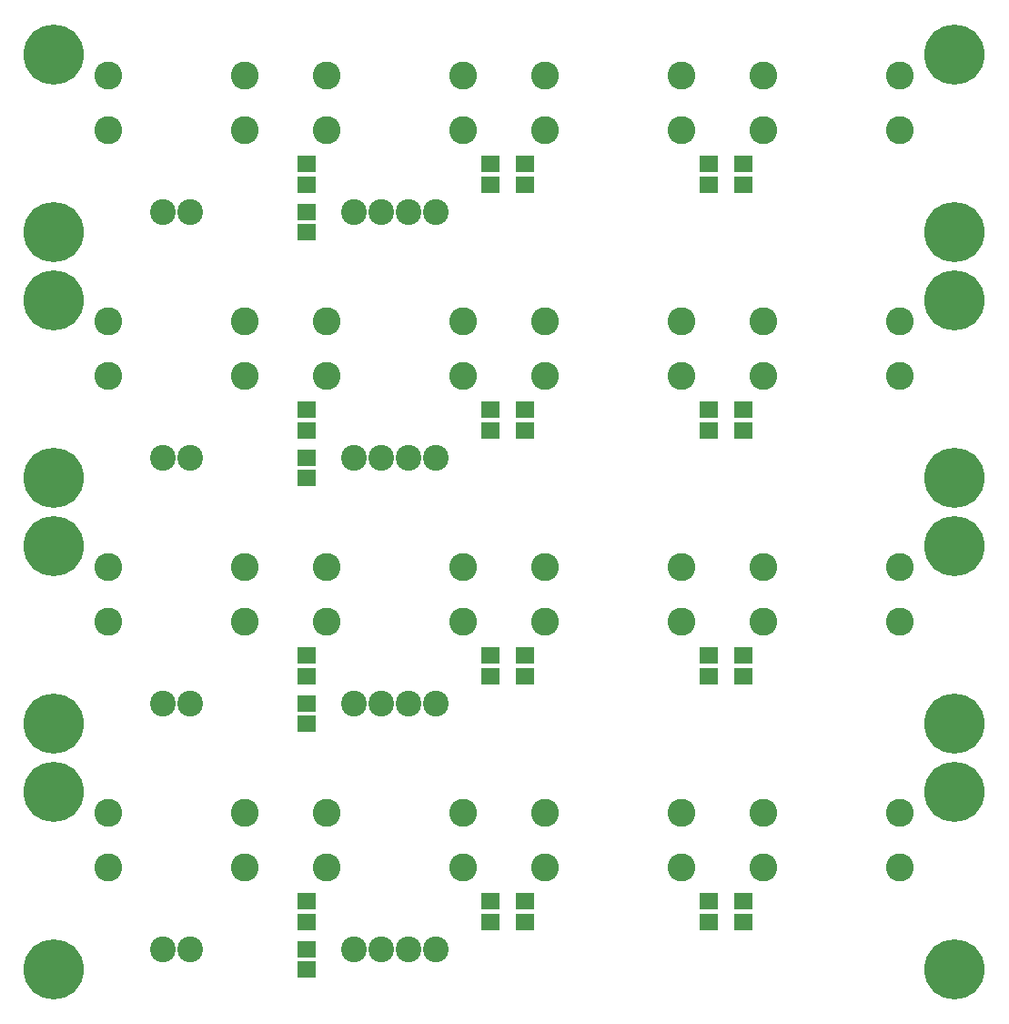
<source format=gbr>
%FSLAX34Y34*%
%MOMM*%
%LNSOLDERMASK_TOP*%
G71*
G01*
%ADD10C, 2.600*%
%ADD11C, 2.400*%
%ADD12C, 5.600*%
%ADD13C, 2.400*%
%ADD14C, 2.600*%
%ADD15R, 1.800X1.500*%
%LPD*%
X82550Y-50800D02*
G54D10*
D03*
X82550Y-101600D02*
G54D10*
D03*
X209550Y-50800D02*
G54D10*
D03*
X209550Y-101600D02*
G54D10*
D03*
X158750Y-177799D02*
G54D11*
D03*
X133350Y-177799D02*
G54D11*
D03*
X31750Y-31750D02*
G54D12*
D03*
X31750Y-196850D02*
G54D12*
D03*
X869950Y-196850D02*
G54D12*
D03*
X869950Y-31750D02*
G54D12*
D03*
X285750Y-50800D02*
G54D10*
D03*
X285750Y-101600D02*
G54D10*
D03*
X412750Y-50800D02*
G54D10*
D03*
X412750Y-101600D02*
G54D10*
D03*
X488950Y-50800D02*
G54D10*
D03*
X488950Y-101600D02*
G54D10*
D03*
X615950Y-50800D02*
G54D10*
D03*
X615950Y-101600D02*
G54D10*
D03*
X692150Y-50800D02*
G54D10*
D03*
X692150Y-101600D02*
G54D10*
D03*
X819150Y-50800D02*
G54D10*
D03*
X819150Y-101600D02*
G54D10*
D03*
X387350Y-177800D02*
G54D13*
D03*
X361950Y-177800D02*
G54D13*
D03*
X336550Y-177800D02*
G54D13*
D03*
X311150Y-177800D02*
G54D13*
D03*
X311150Y-177800D02*
G54D11*
D03*
X285750Y-50800D02*
G54D14*
D03*
X285750Y-50800D02*
G54D10*
D03*
X412750Y-50800D02*
G54D10*
D03*
X488950Y-50800D02*
G54D10*
D03*
X615950Y-50800D02*
G54D10*
D03*
X692150Y-50800D02*
G54D10*
D03*
X819150Y-50800D02*
G54D10*
D03*
X266700Y-133350D02*
G54D15*
D03*
X266700Y-152350D02*
G54D15*
D03*
X469900Y-133350D02*
G54D15*
D03*
X469900Y-152350D02*
G54D15*
D03*
X673100Y-133350D02*
G54D15*
D03*
X673100Y-152350D02*
G54D15*
D03*
X266700Y-177850D02*
G54D15*
D03*
X266700Y-196850D02*
G54D15*
D03*
X438150Y-133350D02*
G54D15*
D03*
X438150Y-152350D02*
G54D15*
D03*
X641350Y-133350D02*
G54D15*
D03*
X641350Y-152350D02*
G54D15*
D03*
X266700Y-196850D02*
G54D15*
D03*
X438150Y-133350D02*
G54D15*
D03*
X641350Y-133350D02*
G54D15*
D03*
X82550Y-279400D02*
G54D10*
D03*
X82550Y-330200D02*
G54D10*
D03*
X209550Y-279400D02*
G54D10*
D03*
X209550Y-330200D02*
G54D10*
D03*
X158750Y-406399D02*
G54D11*
D03*
X133350Y-406399D02*
G54D11*
D03*
X31750Y-260350D02*
G54D12*
D03*
X31750Y-425450D02*
G54D12*
D03*
X869950Y-425450D02*
G54D12*
D03*
X869950Y-260350D02*
G54D12*
D03*
X285750Y-279400D02*
G54D10*
D03*
X285750Y-330200D02*
G54D10*
D03*
X412750Y-279400D02*
G54D10*
D03*
X412750Y-330200D02*
G54D10*
D03*
X488950Y-279400D02*
G54D10*
D03*
X488950Y-330200D02*
G54D10*
D03*
X615950Y-279400D02*
G54D10*
D03*
X615950Y-330200D02*
G54D10*
D03*
X692150Y-279400D02*
G54D10*
D03*
X692150Y-330200D02*
G54D10*
D03*
X819150Y-279400D02*
G54D10*
D03*
X819150Y-330200D02*
G54D10*
D03*
X387350Y-406400D02*
G54D13*
D03*
X361950Y-406400D02*
G54D13*
D03*
X336550Y-406400D02*
G54D13*
D03*
X311150Y-406400D02*
G54D13*
D03*
X311150Y-406400D02*
G54D11*
D03*
X285750Y-279400D02*
G54D14*
D03*
X285750Y-279400D02*
G54D10*
D03*
X412750Y-279400D02*
G54D10*
D03*
X488950Y-279400D02*
G54D10*
D03*
X615950Y-279400D02*
G54D10*
D03*
X692150Y-279400D02*
G54D10*
D03*
X819150Y-279400D02*
G54D10*
D03*
X266700Y-361950D02*
G54D15*
D03*
X266700Y-380950D02*
G54D15*
D03*
X469900Y-361950D02*
G54D15*
D03*
X469900Y-380950D02*
G54D15*
D03*
X673100Y-361950D02*
G54D15*
D03*
X673100Y-380950D02*
G54D15*
D03*
X266700Y-406450D02*
G54D15*
D03*
X266700Y-425450D02*
G54D15*
D03*
X438150Y-361950D02*
G54D15*
D03*
X438150Y-380950D02*
G54D15*
D03*
X641350Y-361950D02*
G54D15*
D03*
X641350Y-380950D02*
G54D15*
D03*
X266700Y-425450D02*
G54D15*
D03*
X438150Y-361950D02*
G54D15*
D03*
X641350Y-361950D02*
G54D15*
D03*
X82550Y-508000D02*
G54D10*
D03*
X82550Y-558800D02*
G54D10*
D03*
X209550Y-508000D02*
G54D10*
D03*
X209550Y-558800D02*
G54D10*
D03*
X158750Y-634999D02*
G54D11*
D03*
X133350Y-634999D02*
G54D11*
D03*
X31750Y-488950D02*
G54D12*
D03*
X31750Y-654050D02*
G54D12*
D03*
X869950Y-654050D02*
G54D12*
D03*
X869950Y-488950D02*
G54D12*
D03*
X285750Y-508000D02*
G54D10*
D03*
X285750Y-558800D02*
G54D10*
D03*
X412750Y-508000D02*
G54D10*
D03*
X412750Y-558800D02*
G54D10*
D03*
X488950Y-508000D02*
G54D10*
D03*
X488950Y-558800D02*
G54D10*
D03*
X615950Y-508000D02*
G54D10*
D03*
X615950Y-558800D02*
G54D10*
D03*
X692150Y-508000D02*
G54D10*
D03*
X692150Y-558800D02*
G54D10*
D03*
X819150Y-508000D02*
G54D10*
D03*
X819150Y-558800D02*
G54D10*
D03*
X387350Y-635000D02*
G54D13*
D03*
X361950Y-635000D02*
G54D13*
D03*
X336550Y-635000D02*
G54D13*
D03*
X311150Y-635000D02*
G54D13*
D03*
X311150Y-635000D02*
G54D11*
D03*
X285750Y-508000D02*
G54D14*
D03*
X285750Y-508000D02*
G54D10*
D03*
X412750Y-508000D02*
G54D10*
D03*
X488950Y-508000D02*
G54D10*
D03*
X615950Y-508000D02*
G54D10*
D03*
X692150Y-508000D02*
G54D10*
D03*
X819150Y-508000D02*
G54D10*
D03*
X266700Y-590550D02*
G54D15*
D03*
X266700Y-609550D02*
G54D15*
D03*
X469900Y-590550D02*
G54D15*
D03*
X469900Y-609550D02*
G54D15*
D03*
X673100Y-590550D02*
G54D15*
D03*
X673100Y-609550D02*
G54D15*
D03*
X266700Y-635050D02*
G54D15*
D03*
X266700Y-654050D02*
G54D15*
D03*
X438150Y-590550D02*
G54D15*
D03*
X438150Y-609550D02*
G54D15*
D03*
X641350Y-590550D02*
G54D15*
D03*
X641350Y-609550D02*
G54D15*
D03*
X266700Y-654050D02*
G54D15*
D03*
X438150Y-590550D02*
G54D15*
D03*
X641350Y-590550D02*
G54D15*
D03*
X82550Y-736600D02*
G54D10*
D03*
X82550Y-787400D02*
G54D10*
D03*
X209550Y-736600D02*
G54D10*
D03*
X209550Y-787400D02*
G54D10*
D03*
X158750Y-863599D02*
G54D11*
D03*
X133350Y-863599D02*
G54D11*
D03*
X31750Y-717550D02*
G54D12*
D03*
X31750Y-882650D02*
G54D12*
D03*
X869950Y-882650D02*
G54D12*
D03*
X869950Y-717550D02*
G54D12*
D03*
X285750Y-736600D02*
G54D10*
D03*
X285750Y-787400D02*
G54D10*
D03*
X412750Y-736600D02*
G54D10*
D03*
X412750Y-787400D02*
G54D10*
D03*
X488950Y-736600D02*
G54D10*
D03*
X488950Y-787400D02*
G54D10*
D03*
X615950Y-736600D02*
G54D10*
D03*
X615950Y-787400D02*
G54D10*
D03*
X692150Y-736600D02*
G54D10*
D03*
X692150Y-787400D02*
G54D10*
D03*
X819150Y-736600D02*
G54D10*
D03*
X819150Y-787400D02*
G54D10*
D03*
X387350Y-863600D02*
G54D13*
D03*
X361950Y-863600D02*
G54D13*
D03*
X336550Y-863600D02*
G54D13*
D03*
X311150Y-863600D02*
G54D13*
D03*
X311150Y-863600D02*
G54D11*
D03*
X285750Y-736600D02*
G54D14*
D03*
X285750Y-736600D02*
G54D10*
D03*
X412750Y-736600D02*
G54D10*
D03*
X488950Y-736600D02*
G54D10*
D03*
X615950Y-736600D02*
G54D10*
D03*
X692150Y-736600D02*
G54D10*
D03*
X819150Y-736600D02*
G54D10*
D03*
X266700Y-819150D02*
G54D15*
D03*
X266700Y-838150D02*
G54D15*
D03*
X469900Y-819150D02*
G54D15*
D03*
X469900Y-838150D02*
G54D15*
D03*
X673100Y-819150D02*
G54D15*
D03*
X673100Y-838150D02*
G54D15*
D03*
X266700Y-863650D02*
G54D15*
D03*
X266700Y-882650D02*
G54D15*
D03*
X438150Y-819150D02*
G54D15*
D03*
X438150Y-838150D02*
G54D15*
D03*
X641350Y-819150D02*
G54D15*
D03*
X641350Y-838150D02*
G54D15*
D03*
X266700Y-882650D02*
G54D15*
D03*
X438150Y-819150D02*
G54D15*
D03*
X641350Y-819150D02*
G54D15*
D03*
M02*

</source>
